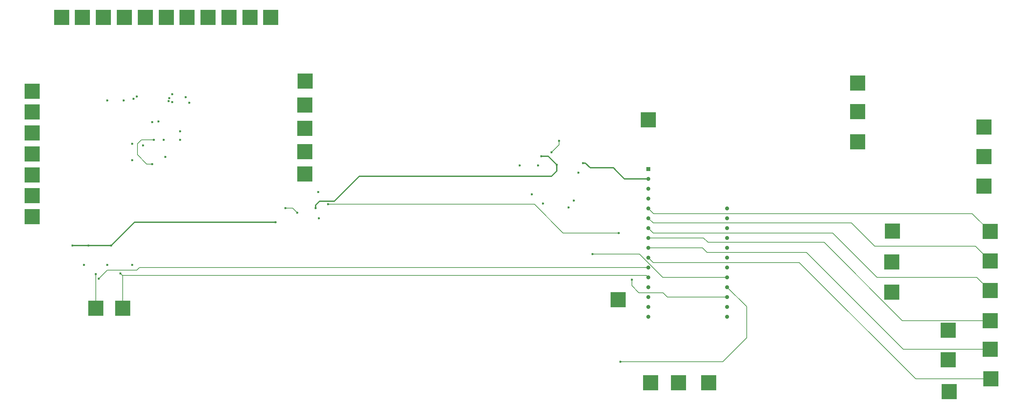
<source format=gbr>
%TF.GenerationSoftware,KiCad,Pcbnew,8.0.6*%
%TF.CreationDate,2025-04-07T11:26:50-07:00*%
%TF.ProjectId,csi_project,6373695f-7072-46f6-9a65-63742e6b6963,rev?*%
%TF.SameCoordinates,Original*%
%TF.FileFunction,Copper,L4,Bot*%
%TF.FilePolarity,Positive*%
%FSLAX46Y46*%
G04 Gerber Fmt 4.6, Leading zero omitted, Abs format (unit mm)*
G04 Created by KiCad (PCBNEW 8.0.6) date 2025-04-07 11:26:50*
%MOMM*%
%LPD*%
G01*
G04 APERTURE LIST*
%TA.AperFunction,ComponentPad*%
%ADD10R,4.000000X4.000000*%
%TD*%
%TA.AperFunction,ComponentPad*%
%ADD11R,1.041400X1.041400*%
%TD*%
%TA.AperFunction,ComponentPad*%
%ADD12C,1.041400*%
%TD*%
%TA.AperFunction,ViaPad*%
%ADD13C,0.600000*%
%TD*%
%TA.AperFunction,Conductor*%
%ADD14C,0.200000*%
%TD*%
%TA.AperFunction,Conductor*%
%ADD15C,0.304800*%
%TD*%
%TA.AperFunction,Conductor*%
%ADD16C,0.127000*%
%TD*%
G04 APERTURE END LIST*
D10*
%TO.P,TP68,1,1*%
%TO.N,Net-(U16-EN)*%
X244640000Y-52680000D03*
%TD*%
%TO.P,TP20,1,1*%
%TO.N,Net-(U2-E6)*%
X71600000Y-28400000D03*
%TD*%
%TO.P,TP6,1,1*%
%TO.N,Net-(TP6-Pad1)*%
X102000000Y-57000000D03*
%TD*%
%TO.P,TP16,1,1*%
%TO.N,/Level Shifters: SN74LV1T34DBV/Y4*%
X182800000Y-101200000D03*
%TD*%
%TO.P,TP3,1,1*%
%TO.N,Net-(TP3-Pad1)*%
X31600000Y-79800000D03*
%TD*%
%TO.P,TP54,1,1*%
%TO.N,Net-(U16-A4{slash}IO14)*%
X278800000Y-114000000D03*
%TD*%
%TO.P,TP8,1,1*%
%TO.N,Net-(TP8-Pad1)*%
X87800000Y-28400000D03*
%TD*%
%TO.P,TP67,1,1*%
%TO.N,Net-(U16-VBAT)*%
X244640000Y-45280000D03*
%TD*%
%TO.P,TP14,1,1*%
%TO.N,Net-(C9-Pad2)*%
X102000000Y-51000000D03*
%TD*%
%TO.P,TP4,1,1*%
%TO.N,Net-(TP4-Pad1)*%
X102000000Y-68800000D03*
%TD*%
%TO.P,TP23,1,1*%
%TO.N,Net-(U2-E3)*%
X55400000Y-28400000D03*
%TD*%
%TO.P,TP59,1,1*%
%TO.N,Net-(U16-SCL{slash}IO4)*%
X268040000Y-116680000D03*
%TD*%
%TO.P,TP28,1,1*%
%TO.N,Net-(U2-AMUXP)*%
X31600000Y-58200000D03*
%TD*%
%TO.P,TP29,1,1*%
%TO.N,Net-(U2-AMUXM)*%
X31600000Y-52800000D03*
%TD*%
%TO.P,TP2,1,1*%
%TO.N,Net-(TP2-Pad1)*%
X31600000Y-74400000D03*
%TD*%
%TO.P,TP1,1,1*%
%TO.N,Net-(TP1-Pad1)*%
X31600000Y-47400000D03*
%TD*%
%TO.P,TP75,1,1*%
%TO.N,/Level Shifters: SN74LV1T34DBV/A1*%
X268040000Y-109080000D03*
%TD*%
%TO.P,TP17,1,1*%
%TO.N,/Level Shifters: SN74LV1T34DBV/A5*%
X55000000Y-103400000D03*
%TD*%
%TO.P,TP53,1,1*%
%TO.N,Net-(U16-A3{slash}IO15)*%
X278800000Y-106600000D03*
%TD*%
%TO.P,TP7,1,1*%
%TO.N,Net-(TP7-Pad1)*%
X93200000Y-28400000D03*
%TD*%
%TO.P,TP63,1,1*%
%TO.N,Net-(U16-D13{slash}IO13)*%
X277240000Y-56680000D03*
%TD*%
%TO.P,TP13,1,1*%
%TO.N,Net-(C8-Pad2)*%
X102050000Y-44800000D03*
%TD*%
%TO.P,TP26,1,1*%
%TO.N,Net-(U2-DMUX0)*%
X31600000Y-69000000D03*
%TD*%
%TO.P,TP52,1,1*%
%TO.N,Net-(U16-A2{slash}IO16)*%
X278800000Y-98800000D03*
%TD*%
%TO.P,TP62,1,1*%
%TO.N,Net-(U16-D12{slash}IO12)*%
X277240000Y-64280000D03*
%TD*%
%TO.P,TP58,1,1*%
%TO.N,Net-(U16-SDA{slash}IO3)*%
X268240000Y-124880000D03*
%TD*%
%TO.P,TP74,1,1*%
%TO.N,/Level Shifters: SN74LV1T34DBV/A2*%
X253440000Y-99280000D03*
%TD*%
%TO.P,TP57,1,1*%
%TO.N,Net-(U16-TX{slash}IO39)*%
X198400000Y-122600000D03*
%TD*%
%TO.P,TP5,1,1*%
%TO.N,Net-(TP5-Pad1)*%
X102000000Y-63000000D03*
%TD*%
%TO.P,TP25,1,1*%
%TO.N,Net-(U2-E1)*%
X44600000Y-28400000D03*
%TD*%
%TO.P,TP66,1,1*%
%TO.N,Net-(U16-TXD0)*%
X206200000Y-122600000D03*
%TD*%
%TO.P,TP69,1,1*%
%TO.N,Net-(U16-VBUS{slash}USB)*%
X244640000Y-60480000D03*
%TD*%
%TO.P,TP55,1,1*%
%TO.N,Net-(U16-A5{slash}IO8)*%
X279000000Y-121600000D03*
%TD*%
%TO.P,TP39,1,1*%
%TO.N,Net-(U16-A0{slash}IO18)*%
X278800000Y-83600000D03*
%TD*%
%TO.P,TP64,1,1*%
%TO.N,Net-(U16-RESET)*%
X190600000Y-54800000D03*
%TD*%
%TO.P,TP60,1,1*%
%TO.N,Net-(U16-D10{slash}IO10)*%
X253640000Y-83480000D03*
%TD*%
%TO.P,TP22,1,1*%
%TO.N,Net-(U2-E4)*%
X60800000Y-28400000D03*
%TD*%
%TO.P,TP73,1,1*%
%TO.N,/Level Shifters: SN74LV1T34DBV/A3*%
X253440000Y-91480000D03*
%TD*%
%TO.P,TP21,1,1*%
%TO.N,Net-(U2-E5)*%
X66200000Y-28400000D03*
%TD*%
%TO.P,TP40,1,1*%
%TO.N,Net-(U16-A1{slash}IO17)*%
X278800000Y-91200000D03*
%TD*%
%TO.P,TP27,1,1*%
%TO.N,Net-(U2-DMUX1)*%
X31600000Y-63600000D03*
%TD*%
%TO.P,TP18,1,1*%
%TO.N,Net-(U2-E8)*%
X82400000Y-28400000D03*
%TD*%
%TO.P,TP19,1,1*%
%TO.N,Net-(U2-E7)*%
X77000000Y-28400000D03*
%TD*%
%TO.P,TP61,1,1*%
%TO.N,Net-(U16-D11{slash}IO11)*%
X277240000Y-71880000D03*
%TD*%
D11*
%TO.P,U16,1,RESET*%
%TO.N,Net-(U16-RESET)*%
X190640000Y-67480000D03*
D12*
%TO.P,U16,2,3.3V*%
%TO.N,3.3V*%
X190640000Y-70020000D03*
%TO.P,U16,3,3.3V*%
X190640000Y-72560000D03*
%TO.P,U16,4,GND*%
%TO.N,GND*%
X190640000Y-75100000D03*
%TO.P,U16,5,A0/IO18*%
%TO.N,Net-(U16-A0{slash}IO18)*%
X190640000Y-77640000D03*
%TO.P,U16,6,A1/IO17*%
%TO.N,Net-(U16-A1{slash}IO17)*%
X190640000Y-80180000D03*
%TO.P,U16,7,A2/IO16*%
%TO.N,Net-(U16-A2{slash}IO16)*%
X190640000Y-82720000D03*
%TO.P,U16,8,A3/IO15*%
%TO.N,Net-(U16-A3{slash}IO15)*%
X190640000Y-85260000D03*
%TO.P,U16,9,A4/IO14*%
%TO.N,Net-(U16-A4{slash}IO14)*%
X190640000Y-87800000D03*
%TO.P,U16,10,A5/IO8*%
%TO.N,Net-(U16-A5{slash}IO8)*%
X190640000Y-90340000D03*
%TO.P,U16,11,SCK/IO36*%
%TO.N,/Level Shifters: SN74LV1T34DBV/A6*%
X190640000Y-92880000D03*
%TO.P,U16,12,MOSI/IO35*%
%TO.N,/Level Shifters: SN74LV1T34DBV/A5*%
X190640000Y-95420000D03*
%TO.P,U16,13,MISO/IO37*%
%TO.N,/Level Shifters: SN74LV1T34DBV/Y4*%
X190640000Y-97960000D03*
%TO.P,U16,14,RX/IO38*%
%TO.N,Net-(U16-RX{slash}IO38)*%
X190640000Y-100500000D03*
%TO.P,U16,15,TX/IO39*%
%TO.N,Net-(U16-TX{slash}IO39)*%
X190640000Y-103040000D03*
%TO.P,U16,16,TXD0*%
%TO.N,Net-(U16-TXD0)*%
X190640000Y-105580000D03*
%TO.P,U16,17,SDA/IO3*%
%TO.N,Net-(U16-SDA{slash}IO3)*%
X210960000Y-105580000D03*
%TO.P,U16,18,SCL/IO4*%
%TO.N,Net-(U16-SCL{slash}IO4)*%
X210960000Y-103040000D03*
%TO.P,U16,19,D5/IO5*%
%TO.N,/Level Shifters: SN74LV1T34DBV/A1*%
X210960000Y-100500000D03*
%TO.P,U16,20,D6/IO6*%
%TO.N,/Level Shifters: SN74LV1T34DBV/A2*%
X210960000Y-97960000D03*
%TO.P,U16,21,D9/IO9*%
%TO.N,/Level Shifters: SN74LV1T34DBV/A3*%
X210960000Y-95420000D03*
%TO.P,U16,22,D10/IO10*%
%TO.N,Net-(U16-D10{slash}IO10)*%
X210960000Y-92880000D03*
%TO.P,U16,23,D11/IO11*%
%TO.N,Net-(U16-D11{slash}IO11)*%
X210960000Y-90340000D03*
%TO.P,U16,24,D12/IO12*%
%TO.N,Net-(U16-D12{slash}IO12)*%
X210960000Y-87800000D03*
%TO.P,U16,25,D13/IO13*%
%TO.N,Net-(U16-D13{slash}IO13)*%
X210960000Y-85260000D03*
%TO.P,U16,26,VBUS/USB*%
%TO.N,Net-(U16-VBUS{slash}USB)*%
X210960000Y-82720000D03*
%TO.P,U16,27,EN*%
%TO.N,Net-(U16-EN)*%
X210960000Y-80180000D03*
%TO.P,U16,28,VBAT*%
%TO.N,Net-(U16-VBAT)*%
X210960000Y-77640000D03*
%TD*%
D10*
%TO.P,TP56,1,1*%
%TO.N,Net-(U16-RX{slash}IO38)*%
X191200000Y-122600000D03*
%TD*%
%TO.P,TP38,1,1*%
%TO.N,/Level Shifters: SN74LV1T34DBV/A6*%
X48000000Y-103400000D03*
%TD*%
%TO.P,TP9,1,1*%
%TO.N,Net-(TP9-Pad1)*%
X39200000Y-28400000D03*
%TD*%
%TO.P,TP24,1,1*%
%TO.N,Net-(U2-E2)*%
X50000000Y-28400000D03*
%TD*%
D13*
%TO.N,1.8V*%
X62600000Y-55400000D03*
X55200000Y-49800000D03*
X163400000Y-76400000D03*
X57800000Y-49400000D03*
X57400000Y-61000000D03*
X160600000Y-74000000D03*
X60200000Y-61400000D03*
X65600000Y-60000000D03*
X66800000Y-50000000D03*
X67800000Y-50200000D03*
%TO.N,GND*%
X51000000Y-49800000D03*
X171400000Y-75600000D03*
X64200000Y-55200000D03*
X170000000Y-77400000D03*
X71200000Y-49000000D03*
X58600000Y-48800000D03*
X45000000Y-92200000D03*
X105600000Y-80200000D03*
X69800000Y-57800000D03*
X105400000Y-73400000D03*
X69800000Y-60000000D03*
X57400000Y-92200000D03*
X162200000Y-66600000D03*
X172600000Y-68400000D03*
X57400000Y-65200000D03*
X51000000Y-92200000D03*
X72200000Y-50400000D03*
X67800000Y-48200000D03*
X67000000Y-49200000D03*
X157400000Y-66600000D03*
X66000000Y-64400000D03*
%TO.N,Net-(U1-BIAS)*%
X165600000Y-63200000D03*
X167600000Y-60200000D03*
%TO.N,3.3V*%
X42000000Y-87200000D03*
X52000000Y-87200000D03*
X94400000Y-81200000D03*
X104800000Y-77600000D03*
X46200000Y-87200000D03*
X167000000Y-66400000D03*
X163000000Y-64200000D03*
X173800000Y-66000000D03*
%TO.N,/Level Shifters: SN74LV1T34DBV/A5*%
X54400000Y-94400000D03*
%TO.N,/Level Shifters: SN74LV1T34DBV/A6*%
X48800000Y-95800000D03*
X48000000Y-94600000D03*
%TO.N,/Level Shifters: SN74LV1T34DBV/A3*%
X176200000Y-89400000D03*
%TO.N,/Level Shifters: SN74LV1T34DBV/A2*%
X183400000Y-117200000D03*
%TO.N,/Level Shifters: SN74LV1T34DBV/A1*%
X108000000Y-76600000D03*
X186400000Y-96000000D03*
X183000000Y-84000000D03*
%TO.N,/Level Shifters: SN74LV1T34DBV/Y3*%
X97000000Y-77600000D03*
X100000000Y-78800000D03*
%TO.N,/Level Shifters: SN74LV1T34DBV/A4*%
X62600000Y-66200000D03*
X63000000Y-60000000D03*
%TD*%
D14*
%TO.N,Net-(U1-BIAS)*%
X167600000Y-60200000D02*
X167600000Y-61200000D01*
X167600000Y-61200000D02*
X165600000Y-63200000D01*
D15*
%TO.N,3.3V*%
X182200000Y-67800000D02*
X181600000Y-67200000D01*
X116000000Y-69400000D02*
X111200000Y-74200000D01*
X163000000Y-64200000D02*
X164800000Y-64200000D01*
X167000000Y-68000000D02*
X165600000Y-69400000D01*
X175600000Y-67200000D02*
X174400000Y-66000000D01*
X104800000Y-76800000D02*
X104800000Y-77600000D01*
X164800000Y-64200000D02*
X167000000Y-66400000D01*
X167000000Y-66400000D02*
X167000000Y-68000000D01*
X174400000Y-66000000D02*
X173800000Y-66000000D01*
X111200000Y-74200000D02*
X109600000Y-75800000D01*
X52000000Y-87200000D02*
X58000000Y-81200000D01*
X105800000Y-75800000D02*
X104800000Y-76800000D01*
X165600000Y-69400000D02*
X116000000Y-69400000D01*
X184420000Y-70020000D02*
X182200000Y-67800000D01*
X109600000Y-75800000D02*
X105800000Y-75800000D01*
X58000000Y-81200000D02*
X94400000Y-81200000D01*
X190640000Y-70020000D02*
X184420000Y-70020000D01*
X46200000Y-87200000D02*
X52000000Y-87200000D01*
X42000000Y-87200000D02*
X46200000Y-87200000D01*
X181600000Y-67200000D02*
X175600000Y-67200000D01*
D14*
%TO.N,/Level Shifters: SN74LV1T34DBV/A5*%
X54900700Y-94899300D02*
X54900000Y-94900000D01*
X190640000Y-95420000D02*
X190119300Y-94899300D01*
X55000000Y-95000000D02*
X55000000Y-103400000D01*
X54900000Y-94900000D02*
X55000000Y-95000000D01*
X54400000Y-94400000D02*
X54900000Y-94900000D01*
X190119300Y-94899300D02*
X54900700Y-94899300D01*
%TO.N,/Level Shifters: SN74LV1T34DBV/A6*%
X59320000Y-92880000D02*
X58800000Y-93400000D01*
X58800000Y-93400000D02*
X58600000Y-93600000D01*
X51000000Y-93600000D02*
X48800000Y-95800000D01*
X58600000Y-93600000D02*
X51000000Y-93600000D01*
X190640000Y-92880000D02*
X59320000Y-92880000D01*
X48000000Y-94600000D02*
X48000000Y-103400000D01*
%TO.N,Net-(U16-A0{slash}IO18)*%
X192000000Y-79000000D02*
X274200000Y-79000000D01*
X274200000Y-79000000D02*
X278800000Y-83600000D01*
X190640000Y-77640000D02*
X192000000Y-79000000D01*
%TO.N,Net-(U16-A1{slash}IO17)*%
X249000000Y-87400000D02*
X275000000Y-87400000D01*
X191860000Y-81400000D02*
X243000000Y-81400000D01*
X190640000Y-80180000D02*
X191860000Y-81400000D01*
X243000000Y-81400000D02*
X249000000Y-87400000D01*
X275000000Y-87400000D02*
X278800000Y-91200000D01*
%TO.N,Net-(U16-A2{slash}IO16)*%
X249600000Y-95400000D02*
X275400000Y-95400000D01*
X275400000Y-95400000D02*
X278800000Y-98800000D01*
X190640000Y-82720000D02*
X191920000Y-84000000D01*
X191920000Y-84000000D02*
X238200000Y-84000000D01*
X238200000Y-84000000D02*
X249600000Y-95400000D01*
%TO.N,Net-(U16-A3{slash}IO15)*%
X190640000Y-85260000D02*
X204860000Y-85260000D01*
X256160000Y-106600000D02*
X278800000Y-106600000D01*
X206000000Y-86400000D02*
X235960000Y-86400000D01*
X235960000Y-86400000D02*
X256160000Y-106600000D01*
X204860000Y-85260000D02*
X206000000Y-86400000D01*
%TO.N,Net-(U16-A4{slash}IO14)*%
X190640000Y-87800000D02*
X204600000Y-87800000D01*
X205800000Y-89000000D02*
X231400000Y-89000000D01*
X231400000Y-89000000D02*
X256400000Y-114000000D01*
X256400000Y-114000000D02*
X278800000Y-114000000D01*
X204600000Y-87800000D02*
X205800000Y-89000000D01*
%TO.N,Net-(U16-A5{slash}IO8)*%
X229600000Y-91600000D02*
X259600000Y-121600000D01*
X190640000Y-90340000D02*
X191900000Y-91600000D01*
X191900000Y-91600000D02*
X229600000Y-91600000D01*
X259600000Y-121600000D02*
X279000000Y-121600000D01*
%TO.N,/Level Shifters: SN74LV1T34DBV/A3*%
X176200000Y-89400000D02*
X188320646Y-89400000D01*
X194340646Y-95420000D02*
X193860323Y-94939677D01*
X210960000Y-95420000D02*
X194340646Y-95420000D01*
X188320646Y-89400000D02*
X193860323Y-94939677D01*
%TO.N,/Level Shifters: SN74LV1T34DBV/A2*%
X216000000Y-103000000D02*
X210960000Y-97960000D01*
X209800000Y-117200000D02*
X216000000Y-111000000D01*
X216000000Y-111000000D02*
X216000000Y-103000000D01*
X183400000Y-117200000D02*
X209800000Y-117200000D01*
%TO.N,/Level Shifters: SN74LV1T34DBV/A1*%
X194400000Y-99400000D02*
X188200000Y-99400000D01*
X183000000Y-84000000D02*
X169200000Y-84000000D01*
X168600000Y-84000000D02*
X169200000Y-84000000D01*
X186400000Y-97600000D02*
X186400000Y-96000000D01*
X195500000Y-100500000D02*
X194400000Y-99400000D01*
X210960000Y-100500000D02*
X195500000Y-100500000D01*
X108000000Y-76600000D02*
X161200000Y-76600000D01*
X188200000Y-99400000D02*
X186400000Y-97600000D01*
X161200000Y-76600000D02*
X168600000Y-84000000D01*
D16*
%TO.N,/Level Shifters: SN74LV1T34DBV/Y3*%
X100000000Y-78800000D02*
X98800000Y-77600000D01*
X98800000Y-77600000D02*
X97000000Y-77600000D01*
D14*
%TO.N,/Level Shifters: SN74LV1T34DBV/A4*%
X58800000Y-63800000D02*
X58800000Y-61000000D01*
X58800000Y-61000000D02*
X59800000Y-60000000D01*
X61200000Y-66200000D02*
X58800000Y-63800000D01*
X59800000Y-60000000D02*
X63000000Y-60000000D01*
X62600000Y-66200000D02*
X61200000Y-66200000D01*
%TD*%
M02*

</source>
